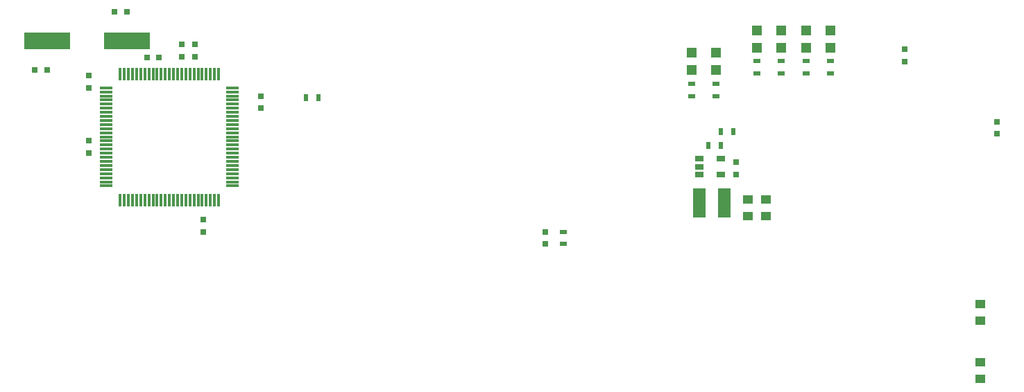
<source format=gbr>
G04 #@! TF.FileFunction,Paste,Top*
%FSLAX46Y46*%
G04 Gerber Fmt 4.6, Leading zero omitted, Abs format (unit mm)*
G04 Created by KiCad (PCBNEW 4.0.2+e4-6225~38~ubuntu14.04.1-stable) date Sat 23 Jul 2016 05:21:44 BST*
%MOMM*%
G01*
G04 APERTURE LIST*
%ADD10C,0.100000*%
%ADD11R,0.750000X0.800000*%
%ADD12R,1.250000X1.000000*%
%ADD13R,1.500000X3.600000*%
%ADD14R,0.500000X0.900000*%
%ADD15R,1.000000X0.700000*%
%ADD16R,0.800000X0.750000*%
%ADD17R,0.300000X1.500000*%
%ADD18R,1.500000X0.300000*%
%ADD19R,5.600700X2.100580*%
%ADD20R,1.198880X1.198880*%
%ADD21R,0.900000X0.500000*%
G04 APERTURE END LIST*
D10*
D11*
X198450000Y-61850000D03*
X198450000Y-60350000D03*
D12*
X199900000Y-64900000D03*
X199900000Y-66900000D03*
D13*
X193975000Y-65300000D03*
X197025000Y-65300000D03*
D14*
X198100000Y-56600000D03*
X196600000Y-56600000D03*
X196600000Y-58300000D03*
X195100000Y-58300000D03*
D15*
X194000000Y-59950000D03*
X194000000Y-60900000D03*
X194000000Y-61850000D03*
X196600000Y-61850000D03*
X196600000Y-59950000D03*
D12*
X202100000Y-64900000D03*
X202100000Y-66900000D03*
D16*
X126550000Y-47550000D03*
X128050000Y-47550000D03*
D11*
X133450000Y-67350000D03*
X133450000Y-68850000D03*
X119500000Y-59250000D03*
X119500000Y-57750000D03*
X140500000Y-53750000D03*
X140500000Y-52250000D03*
D16*
X112900000Y-49050000D03*
X114400000Y-49050000D03*
X122600000Y-42000000D03*
X124100000Y-42000000D03*
D11*
X132450000Y-47450000D03*
X132450000Y-45950000D03*
X119450000Y-51250000D03*
X119450000Y-49750000D03*
D14*
X146000000Y-52450000D03*
X147500000Y-52450000D03*
D17*
X135300000Y-49550000D03*
X134800000Y-49550000D03*
X134300000Y-49550000D03*
X133800000Y-49550000D03*
X133300000Y-49550000D03*
X132800000Y-49550000D03*
X132300000Y-49550000D03*
X131800000Y-49550000D03*
X131300000Y-49550000D03*
X130800000Y-49550000D03*
X130300000Y-49550000D03*
X129800000Y-49550000D03*
X129300000Y-49550000D03*
X128800000Y-49550000D03*
X128300000Y-49550000D03*
X127800000Y-49550000D03*
X127300000Y-49550000D03*
X126800000Y-49550000D03*
X126300000Y-49550000D03*
X125800000Y-49550000D03*
X125300000Y-49550000D03*
X124800000Y-49550000D03*
X124300000Y-49550000D03*
X123800000Y-49550000D03*
X123300000Y-49550000D03*
D18*
X121600000Y-51250000D03*
X121600000Y-51750000D03*
X121600000Y-52250000D03*
X121600000Y-52750000D03*
X121600000Y-53250000D03*
X121600000Y-53750000D03*
X121600000Y-54250000D03*
X121600000Y-54750000D03*
X121600000Y-55250000D03*
X121600000Y-55750000D03*
X121600000Y-56250000D03*
X121600000Y-56750000D03*
X121600000Y-57250000D03*
X121600000Y-57750000D03*
X121600000Y-58250000D03*
X121600000Y-58750000D03*
X121600000Y-59250000D03*
X121600000Y-59750000D03*
X121600000Y-60250000D03*
X121600000Y-60750000D03*
X121600000Y-61250000D03*
X121600000Y-61750000D03*
X121600000Y-62250000D03*
X121600000Y-62750000D03*
X121600000Y-63250000D03*
D17*
X123300000Y-64950000D03*
X123800000Y-64950000D03*
X124300000Y-64950000D03*
X124800000Y-64950000D03*
X125300000Y-64950000D03*
X125800000Y-64950000D03*
X126300000Y-64950000D03*
X126800000Y-64950000D03*
X127300000Y-64950000D03*
X127800000Y-64950000D03*
X128300000Y-64950000D03*
X128800000Y-64950000D03*
X129300000Y-64950000D03*
X129800000Y-64950000D03*
X130300000Y-64950000D03*
X130800000Y-64950000D03*
X131300000Y-64950000D03*
X131800000Y-64950000D03*
X132300000Y-64950000D03*
X132800000Y-64950000D03*
X133300000Y-64950000D03*
X133800000Y-64950000D03*
X134300000Y-64950000D03*
X134800000Y-64950000D03*
X135300000Y-64950000D03*
D18*
X137000000Y-63250000D03*
X137000000Y-62750000D03*
X137000000Y-62250000D03*
X137000000Y-61750000D03*
X137000000Y-61250000D03*
X137000000Y-60750000D03*
X137000000Y-60250000D03*
X137000000Y-59750000D03*
X137000000Y-59250000D03*
X137000000Y-58750000D03*
X137000000Y-58250000D03*
X137000000Y-57750000D03*
X137000000Y-57250000D03*
X137000000Y-56750000D03*
X137000000Y-56250000D03*
X137000000Y-55750000D03*
X137000000Y-55250000D03*
X137000000Y-54750000D03*
X137000000Y-54250000D03*
X137000000Y-53750000D03*
X137000000Y-53250000D03*
X137000000Y-52750000D03*
X137000000Y-52250000D03*
X137000000Y-51750000D03*
X137000000Y-51250000D03*
D12*
X228250000Y-84800000D03*
X228250000Y-86800000D03*
X228250000Y-79700000D03*
X228250000Y-77700000D03*
D11*
X130800000Y-45950000D03*
X130800000Y-47450000D03*
D19*
X114401140Y-45500000D03*
X124098860Y-45500000D03*
D20*
X196000000Y-49049020D03*
X196000000Y-46950980D03*
X193000000Y-49049020D03*
X193000000Y-46950980D03*
X201000000Y-46349020D03*
X201000000Y-44250980D03*
X204000000Y-46349020D03*
X204000000Y-44250980D03*
X207000000Y-46349020D03*
X207000000Y-44250980D03*
X210000000Y-46349020D03*
X210000000Y-44250980D03*
D21*
X201000000Y-49500000D03*
X201000000Y-48000000D03*
X204000000Y-49500000D03*
X204000000Y-48000000D03*
X207000000Y-49500000D03*
X207000000Y-48000000D03*
X210000000Y-49500000D03*
X210000000Y-48000000D03*
X196000000Y-52300000D03*
X196000000Y-50800000D03*
X193000000Y-52300000D03*
X193000000Y-50800000D03*
D11*
X230250000Y-55400000D03*
X230250000Y-56900000D03*
X219000000Y-48050000D03*
X219000000Y-46550000D03*
X175150000Y-68850000D03*
X175150000Y-70350000D03*
D21*
X177350000Y-70350000D03*
X177350000Y-68850000D03*
M02*

</source>
